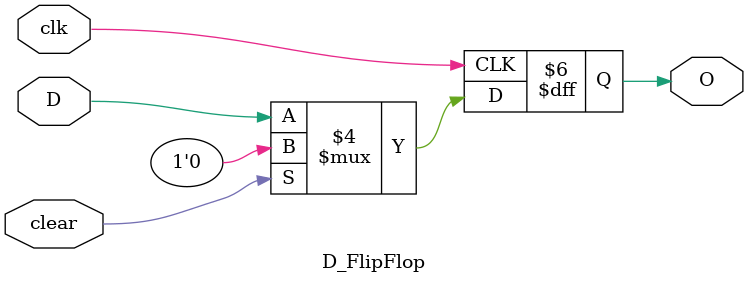
<source format=v>
`timescale 1ns / 1ps
module Universal_shift_reg(O , clk , clear, right, left , S , I);

input clk , clear ,right,left;
input [2 : 0] S ; 
input [3 : 0] I; 
output [3 : 0] O;
wire [3 : 0] D_temp;

Mux_4_to_1 inst1(D_temp[0] , S , O[0] , left , O[1] , I[0] );
Mux_4_to_1 inst2(D_temp[1] , S , O[1] , O[0] , O[2] , I[1] );
Mux_4_to_1 inst3(D_temp[2] , S , O[2] , O[1] , O[3] , I[2] );//bug_fixed
Mux_4_to_1 inst4(D_temp[3] , S , O[3] , O[2] , right , I[3] );//bug_fixed

D_FlipFlop D_inst1(O[0] , D_temp[0] , clk , clear);
D_FlipFlop D_inst2(O[1] , D_temp[1] , clk , clear);
D_FlipFlop D_inst3(O[2] , D_temp[2] , clk , clear);
D_FlipFlop D_inst4(O[3] , D_temp[3] , clk , clear);

endmodule

`timescale 1ns / 1ps

module Mux_4_to_1(Mux_Out , S , in0 , in1 , in2 , in3);

output reg Mux_Out;
input [2:0] S;
input in0 , in1 , in2 , in3 ;

always@(*)
begin
	case(S)
		
		2'b00 : Mux_Out = in0;
		2'b01 : Mux_Out = in1;
		2'b10 : Mux_Out = in2;
		2'b11 : Mux_Out = in3;
	endcase
end

endmodule
`timescale 1ns / 1ps

module D_FlipFlop(O , D , clk , clear);

input D , clk , clear;
output reg O;

always@(posedge clk)
begin
	
	if(clear == 1'b1)
		O <= 1'b0;
	else
		O <= D;
	
end
endmodule
</source>
